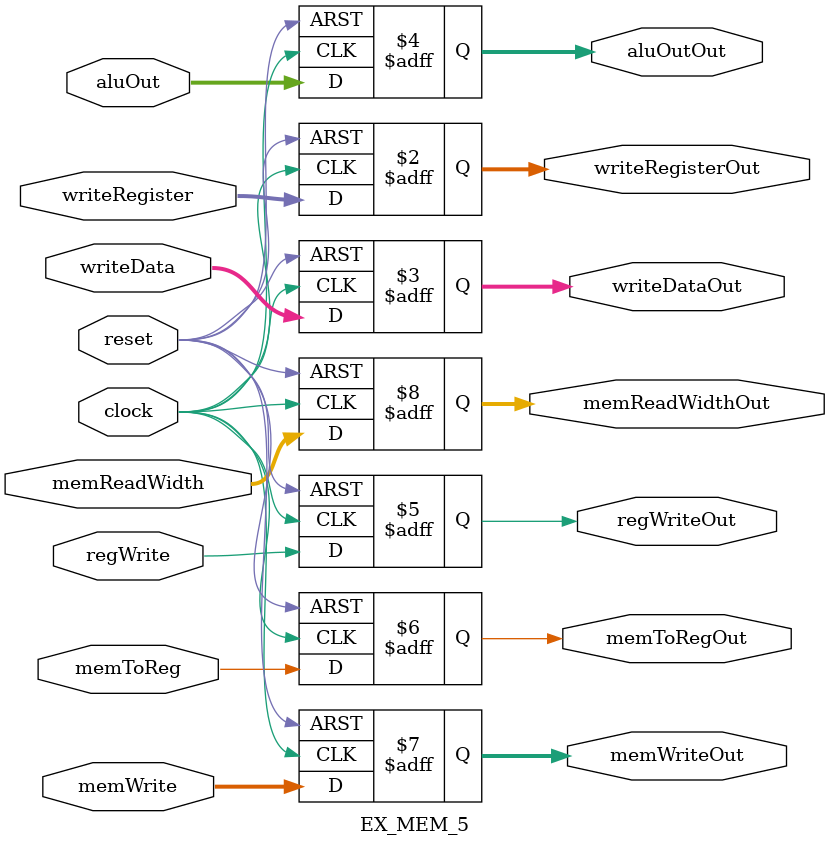
<source format=v>
module EX_MEM_5(
		input clock,
		input reset,
		input[4:0] writeRegister,
		input[31:0] writeData,
		input[31:0] aluOut,
		input regWrite,
		input memToReg,
		input [3:0]memWrite,
		input [1:0] memReadWidth,
		output reg[4:0] writeRegisterOut,
		output reg[31:0] writeDataOut,
		output reg[31:0] aluOutOut,
		output reg regWriteOut,
		output reg memToRegOut,
		output reg [3:0]memWriteOut,
		output reg [1:0] memReadWidthOut
    );
	 always @(negedge clock,posedge reset)begin
		if(reset)begin
			writeRegisterOut<=0;
			writeDataOut<=0;
			aluOutOut<=0;
			regWriteOut<=0;
			memToRegOut<=0;
			memWriteOut<=0;
			memReadWidthOut<=0;
		end
		else begin
			writeRegisterOut<=writeRegister;
			writeDataOut<=writeData;
			aluOutOut<=aluOut;
			regWriteOut<=regWrite;
			memToRegOut<=memToReg;
			memWriteOut<=memWrite;
			memReadWidthOut<=memReadWidth;
		end
	 end
endmodule
</source>
